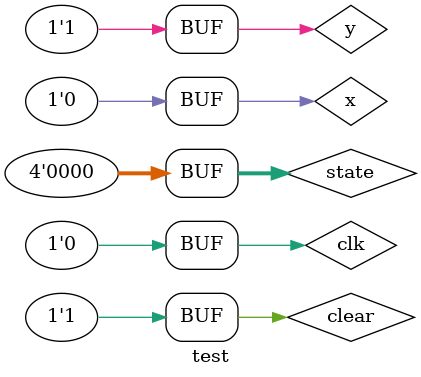
<source format=v>
/*******************************************************************************
 *
 * simulation source: [tb.v]
 *
 ******************************************************************************/

//`define SIM_CYCLE 'h400000000

//
// small value for testing
//
`define SIM_CYCLE 5000

module test;
reg clear;
reg				clk;
reg		[3:0]	state;
reg				x;
reg     y;
wire			A;
wire			B;

initial begin
  state = 4'b0000;
  x = 0;
  y = 0;
  #40
    x<=0;
    y<=0;
  #40
    x<=0;
    y<=1;
  #40
    x<=1;
    y<=0;
  #40
    x<=1;
    y<=1;
  #40
    x<=1;
    y<=0;
  #40
    x<=0;
    y<=1;
end
always begin
  //@(posedge clk);
    # 20 clk = 1;
    # 20 clk = ~clk;
     clear=1;
end

lab01_b0729008 m(
	.x(x),
	.y(y),
	.clk(clk),
	.A(A),
	.B(B)
);
endmodule

</source>
